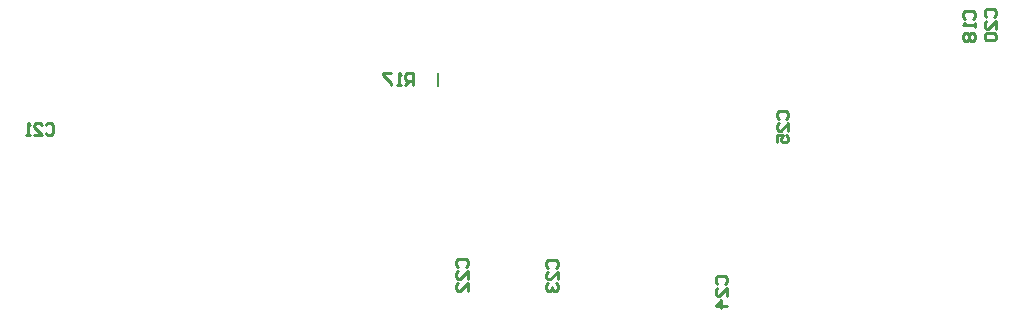
<source format=gbr>
%TF.GenerationSoftware,Altium Limited,Altium Designer,23.6.0 (18)*%
G04 Layer_Color=32896*
%FSLAX45Y45*%
%MOMM*%
%TF.SameCoordinates,1BF17B70-E076-4422-95A1-EF062E3CA17A*%
%TF.FilePolarity,Positive*%
%TF.FileFunction,Legend,Bot*%
%TF.Part,Single*%
G01*
G75*
%TA.AperFunction,NonConductor*%
%ADD64C,0.25400*%
%ADD65C,0.20000*%
D64*
X5634960Y3802516D02*
Y3902484D01*
X5584976D01*
X5568315Y3885823D01*
Y3852500D01*
X5584976Y3835839D01*
X5634960D01*
X5601637D02*
X5568315Y3802516D01*
X5534992D02*
X5501669D01*
X5518331D01*
Y3902484D01*
X5534992Y3885823D01*
X5451686Y3902484D02*
X5385041D01*
Y3885823D01*
X5451686Y3819178D01*
Y3802516D01*
X8731677Y3516645D02*
X8715016Y3533306D01*
Y3566629D01*
X8731677Y3583290D01*
X8798322D01*
X8814983Y3566629D01*
Y3533306D01*
X8798322Y3516645D01*
X8814983Y3416677D02*
Y3483322D01*
X8748338Y3416677D01*
X8731677D01*
X8715016Y3433339D01*
Y3466661D01*
X8731677Y3483322D01*
X8715016Y3316710D02*
Y3383355D01*
X8764999D01*
X8748338Y3350032D01*
Y3333371D01*
X8764999Y3316710D01*
X8798322D01*
X8814983Y3333371D01*
Y3366693D01*
X8798322Y3383355D01*
X8214177Y2115645D02*
X8197515Y2132306D01*
Y2165629D01*
X8214177Y2182290D01*
X8280822D01*
X8297483Y2165629D01*
Y2132306D01*
X8280822Y2115645D01*
X8297483Y2015677D02*
Y2082322D01*
X8230838Y2015677D01*
X8214177D01*
X8197515Y2032339D01*
Y2065661D01*
X8214177Y2082322D01*
X8297483Y1932371D02*
X8197515D01*
X8247499Y1982355D01*
Y1915710D01*
X6776677Y2256645D02*
X6760016Y2273306D01*
Y2306629D01*
X6776677Y2323290D01*
X6843322D01*
X6859984Y2306629D01*
Y2273306D01*
X6843322Y2256645D01*
X6859984Y2156677D02*
Y2223322D01*
X6793339Y2156677D01*
X6776677D01*
X6760016Y2173339D01*
Y2206661D01*
X6776677Y2223322D01*
Y2123355D02*
X6760016Y2106693D01*
Y2073371D01*
X6776677Y2056710D01*
X6793339D01*
X6810000Y2073371D01*
Y2090032D01*
Y2073371D01*
X6826661Y2056710D01*
X6843322D01*
X6859984Y2073371D01*
Y2106693D01*
X6843322Y2123355D01*
X6019177Y2260145D02*
X6002516Y2276806D01*
Y2310129D01*
X6019177Y2326790D01*
X6085822D01*
X6102484Y2310129D01*
Y2276806D01*
X6085822Y2260145D01*
X6102484Y2160178D02*
Y2226823D01*
X6035839Y2160178D01*
X6019177D01*
X6002516Y2176839D01*
Y2210161D01*
X6019177Y2226823D01*
X6102484Y2060210D02*
Y2126855D01*
X6035839Y2060210D01*
X6019177D01*
X6002516Y2076871D01*
Y2110193D01*
X6019177Y2126855D01*
X2524984Y3463323D02*
X2541645Y3479984D01*
X2574967D01*
X2591629Y3463323D01*
Y3396677D01*
X2574967Y3380016D01*
X2541645D01*
X2524984Y3396677D01*
X2425016Y3380016D02*
X2491661D01*
X2425016Y3446661D01*
Y3463323D01*
X2441677Y3479984D01*
X2475000D01*
X2491661Y3463323D01*
X2391693Y3380016D02*
X2358371D01*
X2375032D01*
Y3479984D01*
X2391693Y3463323D01*
X10491678Y4380145D02*
X10475016Y4396807D01*
Y4430129D01*
X10491678Y4446790D01*
X10558323D01*
X10574984Y4430129D01*
Y4396807D01*
X10558323Y4380145D01*
X10574984Y4280178D02*
Y4346823D01*
X10508339Y4280178D01*
X10491678D01*
X10475016Y4296839D01*
Y4330161D01*
X10491678Y4346823D01*
Y4246855D02*
X10475016Y4230193D01*
Y4196871D01*
X10491678Y4180210D01*
X10558323D01*
X10574984Y4196871D01*
Y4230193D01*
X10558323Y4246855D01*
X10491678D01*
X10309177Y4361814D02*
X10292516Y4378476D01*
Y4411798D01*
X10309177Y4428460D01*
X10375822D01*
X10392484Y4411798D01*
Y4378476D01*
X10375822Y4361814D01*
X10392484Y4328492D02*
Y4295169D01*
Y4311830D01*
X10292516D01*
X10309177Y4328492D01*
Y4245185D02*
X10292516Y4228524D01*
Y4195201D01*
X10309177Y4178540D01*
X10325839D01*
X10342500Y4195201D01*
X10359161Y4178540D01*
X10375822D01*
X10392484Y4195201D01*
Y4228524D01*
X10375822Y4245185D01*
X10359161D01*
X10342500Y4228524D01*
X10325839Y4245185D01*
X10309177D01*
X10342500Y4228524D02*
Y4195201D01*
D65*
X5845000Y3793700D02*
Y3901300D01*
%TF.MD5,0331bdf3c3e19243e931131925799d1c*%
M02*

</source>
